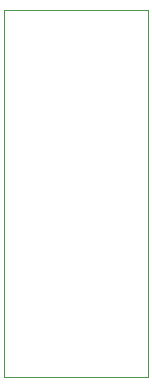
<source format=gbr>
%TF.GenerationSoftware,KiCad,Pcbnew,7.0.9*%
%TF.CreationDate,2024-05-26T02:26:49+09:00*%
%TF.ProjectId,adaptor,61646170-746f-4722-9e6b-696361645f70,rev?*%
%TF.SameCoordinates,Original*%
%TF.FileFunction,Profile,NP*%
%FSLAX46Y46*%
G04 Gerber Fmt 4.6, Leading zero omitted, Abs format (unit mm)*
G04 Created by KiCad (PCBNEW 7.0.9) date 2024-05-26 02:26:49*
%MOMM*%
%LPD*%
G01*
G04 APERTURE LIST*
%TA.AperFunction,Profile*%
%ADD10C,0.100000*%
%TD*%
G04 APERTURE END LIST*
D10*
X87376000Y-93853000D02*
X99568000Y-93853000D01*
X99568000Y-124968000D01*
X87376000Y-124968000D01*
X87376000Y-93853000D01*
M02*

</source>
